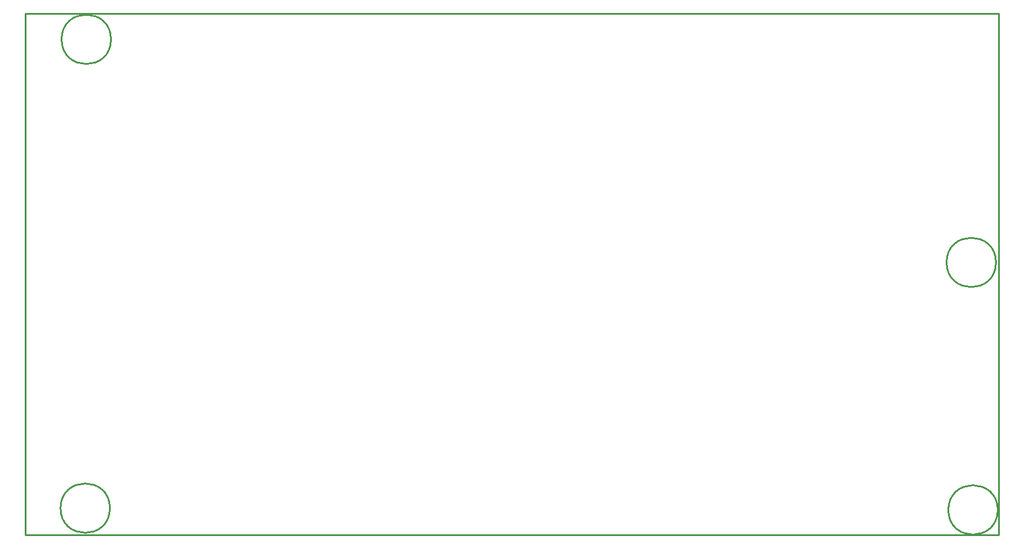
<source format=gko>
G04 Layer_Color=16711935*
%FSLAX44Y44*%
%MOMM*%
G71*
G01*
G75*
%ADD49C,0.2540*%
D49*
X121704Y38684D02*
G03*
X121704Y38684I-35515J0D01*
G01*
X1398263Y36144D02*
G03*
X1398263Y36144I-35515J0D01*
G01*
X123241Y713248D02*
G03*
X123241Y713248I-35515J0D01*
G01*
X1395723Y392252D02*
G03*
X1395723Y392252I-35515J0D01*
G01*
X0Y750000D02*
X1400000D01*
Y0D02*
Y750000D01*
X0Y0D02*
Y750000D01*
Y0D02*
X1400000D01*
M02*

</source>
